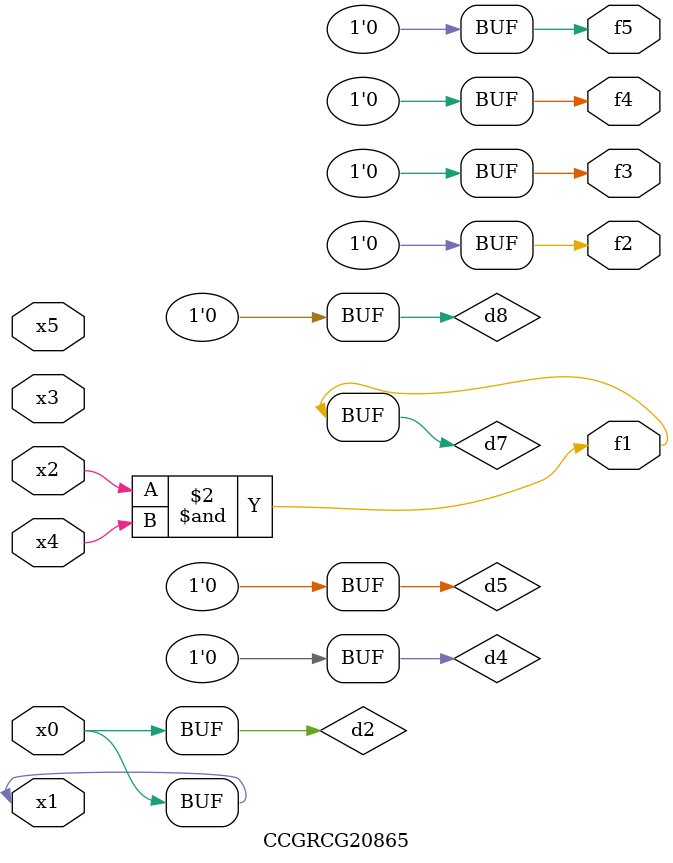
<source format=v>
module CCGRCG20865(
	input x0, x1, x2, x3, x4, x5,
	output f1, f2, f3, f4, f5
);

	wire d1, d2, d3, d4, d5, d6, d7, d8, d9;

	nand (d1, x1);
	buf (d2, x0, x1);
	nand (d3, x2, x4);
	and (d4, d1, d2);
	and (d5, d1, d2);
	nand (d6, d1, d3);
	not (d7, d3);
	xor (d8, d5);
	nor (d9, d5, d6);
	assign f1 = d7;
	assign f2 = d8;
	assign f3 = d8;
	assign f4 = d8;
	assign f5 = d8;
endmodule

</source>
